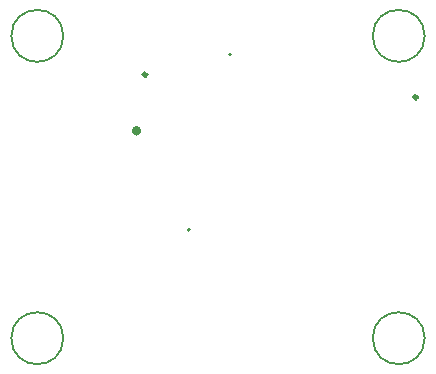
<source format=gbr>
%TF.GenerationSoftware,KiCad,Pcbnew,7.0.11-7.0.11~ubuntu22.04.1*%
%TF.CreationDate,2024-06-09T19:30:32+02:00*%
%TF.ProjectId,E73-2G4M08S1C-52840,4537332d-3247-4344-9d30-385331432d35,rev?*%
%TF.SameCoordinates,Original*%
%TF.FileFunction,Other,Comment*%
%FSLAX46Y46*%
G04 Gerber Fmt 4.6, Leading zero omitted, Abs format (unit mm)*
G04 Created by KiCad (PCBNEW 7.0.11-7.0.11~ubuntu22.04.1) date 2024-06-09 19:30:32*
%MOMM*%
%LPD*%
G01*
G04 APERTURE LIST*
%ADD10C,0.150000*%
%ADD11C,0.200000*%
%ADD12C,0.400000*%
%ADD13C,0.300000*%
G04 APERTURE END LIST*
D10*
%TO.C,H1*%
X4400000Y-2200000D02*
G75*
G03*
X0Y-2200000I-2200000J0D01*
G01*
X0Y-2200000D02*
G75*
G03*
X4400000Y-2200000I2200000J0D01*
G01*
%TO.C,H4*%
X4400000Y-27800000D02*
G75*
G03*
X0Y-27800000I-2200000J0D01*
G01*
X0Y-27800000D02*
G75*
G03*
X4400000Y-27800000I2200000J0D01*
G01*
%TO.C,U3*%
X18600000Y-3760000D02*
G75*
G03*
X18440000Y-3760000I-80000J0D01*
G01*
X18440000Y-3760000D02*
G75*
G03*
X18600000Y-3760000I80000J0D01*
G01*
%TO.C,H2*%
X35000000Y-2200000D02*
G75*
G03*
X30600000Y-2200000I-2200000J0D01*
G01*
X30600000Y-2200000D02*
G75*
G03*
X35000000Y-2200000I2200000J0D01*
G01*
D11*
%TO.C,Q1*%
X15110000Y-18610000D02*
G75*
G03*
X14910000Y-18610000I-100000J0D01*
G01*
X14910000Y-18610000D02*
G75*
G03*
X15110000Y-18610000I100000J0D01*
G01*
D12*
%TO.C,LDO1*%
X10800000Y-10230000D02*
G75*
G03*
X10400000Y-10230000I-200000J0D01*
G01*
X10400000Y-10230000D02*
G75*
G03*
X10800000Y-10230000I200000J0D01*
G01*
D10*
%TO.C,H3*%
X35000000Y-27800000D02*
G75*
G03*
X30600000Y-27800000I-2200000J0D01*
G01*
X30600000Y-27800000D02*
G75*
G03*
X35000000Y-27800000I2200000J0D01*
G01*
D13*
%TO.C,CN2*%
X11490000Y-5480000D02*
G75*
G03*
X11190000Y-5480000I-150000J0D01*
G01*
X11190000Y-5480000D02*
G75*
G03*
X11490000Y-5480000I150000J0D01*
G01*
%TO.C,U1*%
X34390000Y-7390000D02*
G75*
G03*
X34090000Y-7390000I-150000J0D01*
G01*
X34090000Y-7390000D02*
G75*
G03*
X34390000Y-7390000I150000J0D01*
G01*
%TD*%
M02*

</source>
